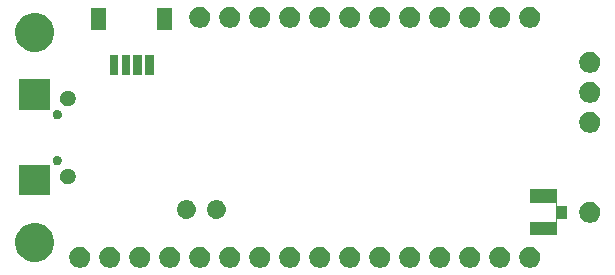
<source format=gbr>
G04 #@! TF.GenerationSoftware,KiCad,Pcbnew,5.0.2-bee76a0~70~ubuntu18.04.1*
G04 #@! TF.CreationDate,2019-01-06T16:40:52-06:00*
G04 #@! TF.ProjectId,Adafruit Feather M0 RFMxx,41646166-7275-4697-9420-466561746865,rev?*
G04 #@! TF.SameCoordinates,Original*
G04 #@! TF.FileFunction,Soldermask,Bot*
G04 #@! TF.FilePolarity,Negative*
%FSLAX46Y46*%
G04 Gerber Fmt 4.6, Leading zero omitted, Abs format (unit mm)*
G04 Created by KiCad (PCBNEW 5.0.2-bee76a0~70~ubuntu18.04.1) date Sun 06 Jan 2019 04:40:52 PM CST*
%MOMM*%
%LPD*%
G01*
G04 APERTURE LIST*
%ADD10C,0.100000*%
G04 APERTURE END LIST*
D10*
G36*
X137330412Y-114308764D02*
X137492198Y-114375778D01*
X137637807Y-114473071D01*
X137761629Y-114596893D01*
X137858922Y-114742502D01*
X137925936Y-114904288D01*
X137960100Y-115076041D01*
X137960100Y-115251159D01*
X137925936Y-115422912D01*
X137858922Y-115584698D01*
X137761629Y-115730307D01*
X137637807Y-115854129D01*
X137492198Y-115951422D01*
X137330412Y-116018436D01*
X137158659Y-116052600D01*
X136983541Y-116052600D01*
X136811788Y-116018436D01*
X136650002Y-115951422D01*
X136504393Y-115854129D01*
X136380571Y-115730307D01*
X136283278Y-115584698D01*
X136216264Y-115422912D01*
X136182100Y-115251159D01*
X136182100Y-115076041D01*
X136216264Y-114904288D01*
X136283278Y-114742502D01*
X136380571Y-114596893D01*
X136504393Y-114473071D01*
X136650002Y-114375778D01*
X136811788Y-114308764D01*
X136983541Y-114274600D01*
X137158659Y-114274600D01*
X137330412Y-114308764D01*
X137330412Y-114308764D01*
G37*
G36*
X144950412Y-114308764D02*
X145112198Y-114375778D01*
X145257807Y-114473071D01*
X145381629Y-114596893D01*
X145478922Y-114742502D01*
X145545936Y-114904288D01*
X145580100Y-115076041D01*
X145580100Y-115251159D01*
X145545936Y-115422912D01*
X145478922Y-115584698D01*
X145381629Y-115730307D01*
X145257807Y-115854129D01*
X145112198Y-115951422D01*
X144950412Y-116018436D01*
X144778659Y-116052600D01*
X144603541Y-116052600D01*
X144431788Y-116018436D01*
X144270002Y-115951422D01*
X144124393Y-115854129D01*
X144000571Y-115730307D01*
X143903278Y-115584698D01*
X143836264Y-115422912D01*
X143802100Y-115251159D01*
X143802100Y-115076041D01*
X143836264Y-114904288D01*
X143903278Y-114742502D01*
X144000571Y-114596893D01*
X144124393Y-114473071D01*
X144270002Y-114375778D01*
X144431788Y-114308764D01*
X144603541Y-114274600D01*
X144778659Y-114274600D01*
X144950412Y-114308764D01*
X144950412Y-114308764D01*
G37*
G36*
X129710412Y-114308764D02*
X129872198Y-114375778D01*
X130017807Y-114473071D01*
X130141629Y-114596893D01*
X130238922Y-114742502D01*
X130305936Y-114904288D01*
X130340100Y-115076041D01*
X130340100Y-115251159D01*
X130305936Y-115422912D01*
X130238922Y-115584698D01*
X130141629Y-115730307D01*
X130017807Y-115854129D01*
X129872198Y-115951422D01*
X129710412Y-116018436D01*
X129538659Y-116052600D01*
X129363541Y-116052600D01*
X129191788Y-116018436D01*
X129030002Y-115951422D01*
X128884393Y-115854129D01*
X128760571Y-115730307D01*
X128663278Y-115584698D01*
X128596264Y-115422912D01*
X128562100Y-115251159D01*
X128562100Y-115076041D01*
X128596264Y-114904288D01*
X128663278Y-114742502D01*
X128760571Y-114596893D01*
X128884393Y-114473071D01*
X129030002Y-114375778D01*
X129191788Y-114308764D01*
X129363541Y-114274600D01*
X129538659Y-114274600D01*
X129710412Y-114308764D01*
X129710412Y-114308764D01*
G37*
G36*
X132250412Y-114308764D02*
X132412198Y-114375778D01*
X132557807Y-114473071D01*
X132681629Y-114596893D01*
X132778922Y-114742502D01*
X132845936Y-114904288D01*
X132880100Y-115076041D01*
X132880100Y-115251159D01*
X132845936Y-115422912D01*
X132778922Y-115584698D01*
X132681629Y-115730307D01*
X132557807Y-115854129D01*
X132412198Y-115951422D01*
X132250412Y-116018436D01*
X132078659Y-116052600D01*
X131903541Y-116052600D01*
X131731788Y-116018436D01*
X131570002Y-115951422D01*
X131424393Y-115854129D01*
X131300571Y-115730307D01*
X131203278Y-115584698D01*
X131136264Y-115422912D01*
X131102100Y-115251159D01*
X131102100Y-115076041D01*
X131136264Y-114904288D01*
X131203278Y-114742502D01*
X131300571Y-114596893D01*
X131424393Y-114473071D01*
X131570002Y-114375778D01*
X131731788Y-114308764D01*
X131903541Y-114274600D01*
X132078659Y-114274600D01*
X132250412Y-114308764D01*
X132250412Y-114308764D01*
G37*
G36*
X134790412Y-114308764D02*
X134952198Y-114375778D01*
X135097807Y-114473071D01*
X135221629Y-114596893D01*
X135318922Y-114742502D01*
X135385936Y-114904288D01*
X135420100Y-115076041D01*
X135420100Y-115251159D01*
X135385936Y-115422912D01*
X135318922Y-115584698D01*
X135221629Y-115730307D01*
X135097807Y-115854129D01*
X134952198Y-115951422D01*
X134790412Y-116018436D01*
X134618659Y-116052600D01*
X134443541Y-116052600D01*
X134271788Y-116018436D01*
X134110002Y-115951422D01*
X133964393Y-115854129D01*
X133840571Y-115730307D01*
X133743278Y-115584698D01*
X133676264Y-115422912D01*
X133642100Y-115251159D01*
X133642100Y-115076041D01*
X133676264Y-114904288D01*
X133743278Y-114742502D01*
X133840571Y-114596893D01*
X133964393Y-114473071D01*
X134110002Y-114375778D01*
X134271788Y-114308764D01*
X134443541Y-114274600D01*
X134618659Y-114274600D01*
X134790412Y-114308764D01*
X134790412Y-114308764D01*
G37*
G36*
X139870412Y-114308764D02*
X140032198Y-114375778D01*
X140177807Y-114473071D01*
X140301629Y-114596893D01*
X140398922Y-114742502D01*
X140465936Y-114904288D01*
X140500100Y-115076041D01*
X140500100Y-115251159D01*
X140465936Y-115422912D01*
X140398922Y-115584698D01*
X140301629Y-115730307D01*
X140177807Y-115854129D01*
X140032198Y-115951422D01*
X139870412Y-116018436D01*
X139698659Y-116052600D01*
X139523541Y-116052600D01*
X139351788Y-116018436D01*
X139190002Y-115951422D01*
X139044393Y-115854129D01*
X138920571Y-115730307D01*
X138823278Y-115584698D01*
X138756264Y-115422912D01*
X138722100Y-115251159D01*
X138722100Y-115076041D01*
X138756264Y-114904288D01*
X138823278Y-114742502D01*
X138920571Y-114596893D01*
X139044393Y-114473071D01*
X139190002Y-114375778D01*
X139351788Y-114308764D01*
X139523541Y-114274600D01*
X139698659Y-114274600D01*
X139870412Y-114308764D01*
X139870412Y-114308764D01*
G37*
G36*
X142410412Y-114308764D02*
X142572198Y-114375778D01*
X142717807Y-114473071D01*
X142841629Y-114596893D01*
X142938922Y-114742502D01*
X143005936Y-114904288D01*
X143040100Y-115076041D01*
X143040100Y-115251159D01*
X143005936Y-115422912D01*
X142938922Y-115584698D01*
X142841629Y-115730307D01*
X142717807Y-115854129D01*
X142572198Y-115951422D01*
X142410412Y-116018436D01*
X142238659Y-116052600D01*
X142063541Y-116052600D01*
X141891788Y-116018436D01*
X141730002Y-115951422D01*
X141584393Y-115854129D01*
X141460571Y-115730307D01*
X141363278Y-115584698D01*
X141296264Y-115422912D01*
X141262100Y-115251159D01*
X141262100Y-115076041D01*
X141296264Y-114904288D01*
X141363278Y-114742502D01*
X141460571Y-114596893D01*
X141584393Y-114473071D01*
X141730002Y-114375778D01*
X141891788Y-114308764D01*
X142063541Y-114274600D01*
X142238659Y-114274600D01*
X142410412Y-114308764D01*
X142410412Y-114308764D01*
G37*
G36*
X167810412Y-114308764D02*
X167972198Y-114375778D01*
X168117807Y-114473071D01*
X168241629Y-114596893D01*
X168338922Y-114742502D01*
X168405936Y-114904288D01*
X168440100Y-115076041D01*
X168440100Y-115251159D01*
X168405936Y-115422912D01*
X168338922Y-115584698D01*
X168241629Y-115730307D01*
X168117807Y-115854129D01*
X167972198Y-115951422D01*
X167810412Y-116018436D01*
X167638659Y-116052600D01*
X167463541Y-116052600D01*
X167291788Y-116018436D01*
X167130002Y-115951422D01*
X166984393Y-115854129D01*
X166860571Y-115730307D01*
X166763278Y-115584698D01*
X166696264Y-115422912D01*
X166662100Y-115251159D01*
X166662100Y-115076041D01*
X166696264Y-114904288D01*
X166763278Y-114742502D01*
X166860571Y-114596893D01*
X166984393Y-114473071D01*
X167130002Y-114375778D01*
X167291788Y-114308764D01*
X167463541Y-114274600D01*
X167638659Y-114274600D01*
X167810412Y-114308764D01*
X167810412Y-114308764D01*
G37*
G36*
X150030412Y-114308764D02*
X150192198Y-114375778D01*
X150337807Y-114473071D01*
X150461629Y-114596893D01*
X150558922Y-114742502D01*
X150625936Y-114904288D01*
X150660100Y-115076041D01*
X150660100Y-115251159D01*
X150625936Y-115422912D01*
X150558922Y-115584698D01*
X150461629Y-115730307D01*
X150337807Y-115854129D01*
X150192198Y-115951422D01*
X150030412Y-116018436D01*
X149858659Y-116052600D01*
X149683541Y-116052600D01*
X149511788Y-116018436D01*
X149350002Y-115951422D01*
X149204393Y-115854129D01*
X149080571Y-115730307D01*
X148983278Y-115584698D01*
X148916264Y-115422912D01*
X148882100Y-115251159D01*
X148882100Y-115076041D01*
X148916264Y-114904288D01*
X148983278Y-114742502D01*
X149080571Y-114596893D01*
X149204393Y-114473071D01*
X149350002Y-114375778D01*
X149511788Y-114308764D01*
X149683541Y-114274600D01*
X149858659Y-114274600D01*
X150030412Y-114308764D01*
X150030412Y-114308764D01*
G37*
G36*
X165270412Y-114308764D02*
X165432198Y-114375778D01*
X165577807Y-114473071D01*
X165701629Y-114596893D01*
X165798922Y-114742502D01*
X165865936Y-114904288D01*
X165900100Y-115076041D01*
X165900100Y-115251159D01*
X165865936Y-115422912D01*
X165798922Y-115584698D01*
X165701629Y-115730307D01*
X165577807Y-115854129D01*
X165432198Y-115951422D01*
X165270412Y-116018436D01*
X165098659Y-116052600D01*
X164923541Y-116052600D01*
X164751788Y-116018436D01*
X164590002Y-115951422D01*
X164444393Y-115854129D01*
X164320571Y-115730307D01*
X164223278Y-115584698D01*
X164156264Y-115422912D01*
X164122100Y-115251159D01*
X164122100Y-115076041D01*
X164156264Y-114904288D01*
X164223278Y-114742502D01*
X164320571Y-114596893D01*
X164444393Y-114473071D01*
X164590002Y-114375778D01*
X164751788Y-114308764D01*
X164923541Y-114274600D01*
X165098659Y-114274600D01*
X165270412Y-114308764D01*
X165270412Y-114308764D01*
G37*
G36*
X162730412Y-114308764D02*
X162892198Y-114375778D01*
X163037807Y-114473071D01*
X163161629Y-114596893D01*
X163258922Y-114742502D01*
X163325936Y-114904288D01*
X163360100Y-115076041D01*
X163360100Y-115251159D01*
X163325936Y-115422912D01*
X163258922Y-115584698D01*
X163161629Y-115730307D01*
X163037807Y-115854129D01*
X162892198Y-115951422D01*
X162730412Y-116018436D01*
X162558659Y-116052600D01*
X162383541Y-116052600D01*
X162211788Y-116018436D01*
X162050002Y-115951422D01*
X161904393Y-115854129D01*
X161780571Y-115730307D01*
X161683278Y-115584698D01*
X161616264Y-115422912D01*
X161582100Y-115251159D01*
X161582100Y-115076041D01*
X161616264Y-114904288D01*
X161683278Y-114742502D01*
X161780571Y-114596893D01*
X161904393Y-114473071D01*
X162050002Y-114375778D01*
X162211788Y-114308764D01*
X162383541Y-114274600D01*
X162558659Y-114274600D01*
X162730412Y-114308764D01*
X162730412Y-114308764D01*
G37*
G36*
X160190412Y-114308764D02*
X160352198Y-114375778D01*
X160497807Y-114473071D01*
X160621629Y-114596893D01*
X160718922Y-114742502D01*
X160785936Y-114904288D01*
X160820100Y-115076041D01*
X160820100Y-115251159D01*
X160785936Y-115422912D01*
X160718922Y-115584698D01*
X160621629Y-115730307D01*
X160497807Y-115854129D01*
X160352198Y-115951422D01*
X160190412Y-116018436D01*
X160018659Y-116052600D01*
X159843541Y-116052600D01*
X159671788Y-116018436D01*
X159510002Y-115951422D01*
X159364393Y-115854129D01*
X159240571Y-115730307D01*
X159143278Y-115584698D01*
X159076264Y-115422912D01*
X159042100Y-115251159D01*
X159042100Y-115076041D01*
X159076264Y-114904288D01*
X159143278Y-114742502D01*
X159240571Y-114596893D01*
X159364393Y-114473071D01*
X159510002Y-114375778D01*
X159671788Y-114308764D01*
X159843541Y-114274600D01*
X160018659Y-114274600D01*
X160190412Y-114308764D01*
X160190412Y-114308764D01*
G37*
G36*
X157650412Y-114308764D02*
X157812198Y-114375778D01*
X157957807Y-114473071D01*
X158081629Y-114596893D01*
X158178922Y-114742502D01*
X158245936Y-114904288D01*
X158280100Y-115076041D01*
X158280100Y-115251159D01*
X158245936Y-115422912D01*
X158178922Y-115584698D01*
X158081629Y-115730307D01*
X157957807Y-115854129D01*
X157812198Y-115951422D01*
X157650412Y-116018436D01*
X157478659Y-116052600D01*
X157303541Y-116052600D01*
X157131788Y-116018436D01*
X156970002Y-115951422D01*
X156824393Y-115854129D01*
X156700571Y-115730307D01*
X156603278Y-115584698D01*
X156536264Y-115422912D01*
X156502100Y-115251159D01*
X156502100Y-115076041D01*
X156536264Y-114904288D01*
X156603278Y-114742502D01*
X156700571Y-114596893D01*
X156824393Y-114473071D01*
X156970002Y-114375778D01*
X157131788Y-114308764D01*
X157303541Y-114274600D01*
X157478659Y-114274600D01*
X157650412Y-114308764D01*
X157650412Y-114308764D01*
G37*
G36*
X155110412Y-114308764D02*
X155272198Y-114375778D01*
X155417807Y-114473071D01*
X155541629Y-114596893D01*
X155638922Y-114742502D01*
X155705936Y-114904288D01*
X155740100Y-115076041D01*
X155740100Y-115251159D01*
X155705936Y-115422912D01*
X155638922Y-115584698D01*
X155541629Y-115730307D01*
X155417807Y-115854129D01*
X155272198Y-115951422D01*
X155110412Y-116018436D01*
X154938659Y-116052600D01*
X154763541Y-116052600D01*
X154591788Y-116018436D01*
X154430002Y-115951422D01*
X154284393Y-115854129D01*
X154160571Y-115730307D01*
X154063278Y-115584698D01*
X153996264Y-115422912D01*
X153962100Y-115251159D01*
X153962100Y-115076041D01*
X153996264Y-114904288D01*
X154063278Y-114742502D01*
X154160571Y-114596893D01*
X154284393Y-114473071D01*
X154430002Y-114375778D01*
X154591788Y-114308764D01*
X154763541Y-114274600D01*
X154938659Y-114274600D01*
X155110412Y-114308764D01*
X155110412Y-114308764D01*
G37*
G36*
X152570412Y-114308764D02*
X152732198Y-114375778D01*
X152877807Y-114473071D01*
X153001629Y-114596893D01*
X153098922Y-114742502D01*
X153165936Y-114904288D01*
X153200100Y-115076041D01*
X153200100Y-115251159D01*
X153165936Y-115422912D01*
X153098922Y-115584698D01*
X153001629Y-115730307D01*
X152877807Y-115854129D01*
X152732198Y-115951422D01*
X152570412Y-116018436D01*
X152398659Y-116052600D01*
X152223541Y-116052600D01*
X152051788Y-116018436D01*
X151890002Y-115951422D01*
X151744393Y-115854129D01*
X151620571Y-115730307D01*
X151523278Y-115584698D01*
X151456264Y-115422912D01*
X151422100Y-115251159D01*
X151422100Y-115076041D01*
X151456264Y-114904288D01*
X151523278Y-114742502D01*
X151620571Y-114596893D01*
X151744393Y-114473071D01*
X151890002Y-114375778D01*
X152051788Y-114308764D01*
X152223541Y-114274600D01*
X152398659Y-114274600D01*
X152570412Y-114308764D01*
X152570412Y-114308764D01*
G37*
G36*
X147490412Y-114308764D02*
X147652198Y-114375778D01*
X147797807Y-114473071D01*
X147921629Y-114596893D01*
X148018922Y-114742502D01*
X148085936Y-114904288D01*
X148120100Y-115076041D01*
X148120100Y-115251159D01*
X148085936Y-115422912D01*
X148018922Y-115584698D01*
X147921629Y-115730307D01*
X147797807Y-115854129D01*
X147652198Y-115951422D01*
X147490412Y-116018436D01*
X147318659Y-116052600D01*
X147143541Y-116052600D01*
X146971788Y-116018436D01*
X146810002Y-115951422D01*
X146664393Y-115854129D01*
X146540571Y-115730307D01*
X146443278Y-115584698D01*
X146376264Y-115422912D01*
X146342100Y-115251159D01*
X146342100Y-115076041D01*
X146376264Y-114904288D01*
X146443278Y-114742502D01*
X146540571Y-114596893D01*
X146664393Y-114473071D01*
X146810002Y-114375778D01*
X146971788Y-114308764D01*
X147143541Y-114274600D01*
X147318659Y-114274600D01*
X147490412Y-114308764D01*
X147490412Y-114308764D01*
G37*
G36*
X125883423Y-112258660D02*
X126122621Y-112306239D01*
X126423047Y-112430680D01*
X126693424Y-112611340D01*
X126923360Y-112841276D01*
X127104020Y-113111653D01*
X127228461Y-113412079D01*
X127291900Y-113731010D01*
X127291900Y-114056190D01*
X127228461Y-114375121D01*
X127104020Y-114675547D01*
X126923360Y-114945924D01*
X126693424Y-115175860D01*
X126423047Y-115356520D01*
X126122621Y-115480961D01*
X125883423Y-115528540D01*
X125803691Y-115544400D01*
X125478509Y-115544400D01*
X125398777Y-115528540D01*
X125159579Y-115480961D01*
X124859153Y-115356520D01*
X124588776Y-115175860D01*
X124358840Y-114945924D01*
X124178180Y-114675547D01*
X124053739Y-114375121D01*
X123990300Y-114056190D01*
X123990300Y-113731010D01*
X124053739Y-113412079D01*
X124178180Y-113111653D01*
X124358840Y-112841276D01*
X124588776Y-112611340D01*
X124859153Y-112430680D01*
X125159579Y-112306239D01*
X125398777Y-112258660D01*
X125478509Y-112242800D01*
X125803691Y-112242800D01*
X125883423Y-112258660D01*
X125883423Y-112258660D01*
G37*
G36*
X169844900Y-110677800D02*
X169847302Y-110702186D01*
X169854415Y-110725635D01*
X169865966Y-110747246D01*
X169881512Y-110766188D01*
X169900454Y-110781734D01*
X169922065Y-110793285D01*
X169945514Y-110800398D01*
X169969900Y-110802800D01*
X170669900Y-110802800D01*
X170669900Y-111904400D01*
X169969900Y-111904400D01*
X169945514Y-111906802D01*
X169922065Y-111913915D01*
X169900454Y-111925466D01*
X169881512Y-111941012D01*
X169865966Y-111959954D01*
X169854415Y-111981565D01*
X169847302Y-112005014D01*
X169844900Y-112029400D01*
X169844900Y-113304400D01*
X167543300Y-113304400D01*
X167543300Y-112152800D01*
X169643300Y-112152800D01*
X169667686Y-112150398D01*
X169691135Y-112143285D01*
X169712746Y-112131734D01*
X169731688Y-112116188D01*
X169747234Y-112097246D01*
X169758785Y-112075635D01*
X169765898Y-112052186D01*
X169768300Y-112027800D01*
X169768300Y-110679400D01*
X169765898Y-110655014D01*
X169758785Y-110631565D01*
X169747234Y-110609954D01*
X169731688Y-110591012D01*
X169712746Y-110575466D01*
X169691135Y-110563915D01*
X169667686Y-110556802D01*
X169643300Y-110554400D01*
X167543300Y-110554400D01*
X167543300Y-109402800D01*
X169844900Y-109402800D01*
X169844900Y-110677800D01*
X169844900Y-110677800D01*
G37*
G36*
X172890412Y-110498764D02*
X173052198Y-110565778D01*
X173197807Y-110663071D01*
X173321629Y-110786893D01*
X173418922Y-110932502D01*
X173485936Y-111094288D01*
X173520100Y-111266041D01*
X173520100Y-111441159D01*
X173485936Y-111612912D01*
X173418922Y-111774698D01*
X173321629Y-111920307D01*
X173197807Y-112044129D01*
X173052198Y-112141422D01*
X172890412Y-112208436D01*
X172718659Y-112242600D01*
X172543541Y-112242600D01*
X172371788Y-112208436D01*
X172210002Y-112141422D01*
X172064393Y-112044129D01*
X171940571Y-111920307D01*
X171843278Y-111774698D01*
X171776264Y-111612912D01*
X171742100Y-111441159D01*
X171742100Y-111266041D01*
X171776264Y-111094288D01*
X171843278Y-110932502D01*
X171940571Y-110786893D01*
X172064393Y-110663071D01*
X172210002Y-110565778D01*
X172371788Y-110498764D01*
X172543541Y-110464600D01*
X172718659Y-110464600D01*
X172890412Y-110498764D01*
X172890412Y-110498764D01*
G37*
G36*
X141164329Y-110314186D02*
X141314554Y-110359756D01*
X141453002Y-110433758D01*
X141574352Y-110533348D01*
X141673942Y-110654698D01*
X141747944Y-110793146D01*
X141793514Y-110943371D01*
X141808901Y-111099599D01*
X141808901Y-111099601D01*
X141793514Y-111255829D01*
X141747944Y-111406054D01*
X141673942Y-111544502D01*
X141574352Y-111665852D01*
X141453002Y-111765442D01*
X141314554Y-111839444D01*
X141164329Y-111885014D01*
X141008101Y-111900401D01*
X141008099Y-111900401D01*
X140851871Y-111885014D01*
X140701646Y-111839444D01*
X140563198Y-111765442D01*
X140441848Y-111665852D01*
X140342258Y-111544502D01*
X140268256Y-111406054D01*
X140222686Y-111255829D01*
X140207299Y-111099601D01*
X140207299Y-111099599D01*
X140222686Y-110943371D01*
X140268256Y-110793146D01*
X140342258Y-110654698D01*
X140441848Y-110533348D01*
X140563198Y-110433758D01*
X140701646Y-110359756D01*
X140851871Y-110314186D01*
X141008099Y-110298799D01*
X141008101Y-110298799D01*
X141164329Y-110314186D01*
X141164329Y-110314186D01*
G37*
G36*
X138624329Y-110314186D02*
X138774554Y-110359756D01*
X138913002Y-110433758D01*
X139034352Y-110533348D01*
X139133942Y-110654698D01*
X139207944Y-110793146D01*
X139253514Y-110943371D01*
X139268901Y-111099599D01*
X139268901Y-111099601D01*
X139253514Y-111255829D01*
X139207944Y-111406054D01*
X139133942Y-111544502D01*
X139034352Y-111665852D01*
X138913002Y-111765442D01*
X138774554Y-111839444D01*
X138624329Y-111885014D01*
X138468101Y-111900401D01*
X138468099Y-111900401D01*
X138311871Y-111885014D01*
X138161646Y-111839444D01*
X138023198Y-111765442D01*
X137901848Y-111665852D01*
X137802258Y-111544502D01*
X137728256Y-111406054D01*
X137682686Y-111255829D01*
X137667299Y-111099601D01*
X137667299Y-111099599D01*
X137682686Y-110943371D01*
X137728256Y-110793146D01*
X137802258Y-110654698D01*
X137901848Y-110533348D01*
X138023198Y-110433758D01*
X138161646Y-110359756D01*
X138311871Y-110314186D01*
X138468099Y-110298799D01*
X138468101Y-110298799D01*
X138624329Y-110314186D01*
X138624329Y-110314186D01*
G37*
G36*
X126946900Y-109904400D02*
X124345300Y-109904400D01*
X124345300Y-107302800D01*
X126946900Y-107302800D01*
X126946900Y-109904400D01*
X126946900Y-109904400D01*
G37*
G36*
X128635929Y-107677809D02*
X128635932Y-107677810D01*
X128635931Y-107677810D01*
X128754369Y-107726868D01*
X128754370Y-107726869D01*
X128860964Y-107798093D01*
X128951607Y-107888736D01*
X128951609Y-107888739D01*
X129022832Y-107995331D01*
X129060776Y-108086938D01*
X129071891Y-108113771D01*
X129096900Y-108239500D01*
X129096900Y-108367700D01*
X129071891Y-108493429D01*
X129071890Y-108493431D01*
X129022832Y-108611869D01*
X129022831Y-108611870D01*
X128951607Y-108718464D01*
X128860964Y-108809107D01*
X128860961Y-108809109D01*
X128754369Y-108880332D01*
X128662762Y-108918276D01*
X128635929Y-108929391D01*
X128510200Y-108954400D01*
X128382000Y-108954400D01*
X128256271Y-108929391D01*
X128229438Y-108918276D01*
X128137831Y-108880332D01*
X128031239Y-108809109D01*
X128031236Y-108809107D01*
X127940593Y-108718464D01*
X127869369Y-108611870D01*
X127869368Y-108611869D01*
X127820310Y-108493431D01*
X127820309Y-108493429D01*
X127795300Y-108367700D01*
X127795300Y-108239500D01*
X127820309Y-108113771D01*
X127831424Y-108086938D01*
X127869368Y-107995331D01*
X127940591Y-107888739D01*
X127940593Y-107888736D01*
X128031236Y-107798093D01*
X128137830Y-107726869D01*
X128137831Y-107726868D01*
X128256269Y-107677810D01*
X128256268Y-107677810D01*
X128256271Y-107677809D01*
X128382000Y-107652800D01*
X128510200Y-107652800D01*
X128635929Y-107677809D01*
X128635929Y-107677809D01*
G37*
G36*
X127611419Y-106557737D02*
X127663067Y-106568010D01*
X127736045Y-106598239D01*
X127801725Y-106642125D01*
X127857575Y-106697975D01*
X127857577Y-106697978D01*
X127901461Y-106763655D01*
X127931690Y-106836633D01*
X127947100Y-106914105D01*
X127947100Y-106993095D01*
X127931690Y-107070567D01*
X127905903Y-107132822D01*
X127901461Y-107143545D01*
X127857575Y-107209225D01*
X127801725Y-107265075D01*
X127801722Y-107265077D01*
X127736045Y-107308961D01*
X127663067Y-107339190D01*
X127611419Y-107349463D01*
X127585596Y-107354600D01*
X127506604Y-107354600D01*
X127480781Y-107349463D01*
X127429133Y-107339190D01*
X127356155Y-107308961D01*
X127290478Y-107265077D01*
X127290475Y-107265075D01*
X127234625Y-107209225D01*
X127190737Y-107143542D01*
X127187384Y-107135447D01*
X127185981Y-107132822D01*
X127185115Y-107129969D01*
X127160510Y-107070567D01*
X127145100Y-106993095D01*
X127145100Y-106914105D01*
X127160510Y-106836633D01*
X127190739Y-106763655D01*
X127234623Y-106697978D01*
X127234625Y-106697975D01*
X127290475Y-106642125D01*
X127356155Y-106598239D01*
X127429133Y-106568010D01*
X127480781Y-106557737D01*
X127506604Y-106552600D01*
X127585596Y-106552600D01*
X127611419Y-106557737D01*
X127611419Y-106557737D01*
G37*
G36*
X172890412Y-102878764D02*
X173052198Y-102945778D01*
X173197807Y-103043071D01*
X173321629Y-103166893D01*
X173418922Y-103312502D01*
X173485936Y-103474288D01*
X173520100Y-103646041D01*
X173520100Y-103821159D01*
X173485936Y-103992912D01*
X173418922Y-104154698D01*
X173321629Y-104300307D01*
X173197807Y-104424129D01*
X173052198Y-104521422D01*
X172890412Y-104588436D01*
X172718659Y-104622600D01*
X172543541Y-104622600D01*
X172371788Y-104588436D01*
X172210002Y-104521422D01*
X172064393Y-104424129D01*
X171940571Y-104300307D01*
X171843278Y-104154698D01*
X171776264Y-103992912D01*
X171742100Y-103821159D01*
X171742100Y-103646041D01*
X171776264Y-103474288D01*
X171843278Y-103312502D01*
X171940571Y-103166893D01*
X172064393Y-103043071D01*
X172210002Y-102945778D01*
X172371788Y-102878764D01*
X172543541Y-102844600D01*
X172718659Y-102844600D01*
X172890412Y-102878764D01*
X172890412Y-102878764D01*
G37*
G36*
X127611419Y-102657737D02*
X127663067Y-102668010D01*
X127736045Y-102698239D01*
X127801725Y-102742125D01*
X127857575Y-102797975D01*
X127857577Y-102797978D01*
X127901461Y-102863655D01*
X127931690Y-102936633D01*
X127947100Y-103014105D01*
X127947100Y-103093095D01*
X127931690Y-103170567D01*
X127901461Y-103243545D01*
X127857575Y-103309225D01*
X127801725Y-103365075D01*
X127801722Y-103365077D01*
X127736045Y-103408961D01*
X127663067Y-103439190D01*
X127611419Y-103449463D01*
X127585596Y-103454600D01*
X127506604Y-103454600D01*
X127480781Y-103449463D01*
X127429133Y-103439190D01*
X127356155Y-103408961D01*
X127290478Y-103365077D01*
X127290475Y-103365075D01*
X127234625Y-103309225D01*
X127190739Y-103243545D01*
X127160510Y-103170567D01*
X127145100Y-103093095D01*
X127145100Y-103014105D01*
X127160510Y-102936633D01*
X127185115Y-102877231D01*
X127185981Y-102874378D01*
X127187384Y-102871753D01*
X127190737Y-102863658D01*
X127234625Y-102797975D01*
X127290475Y-102742125D01*
X127356155Y-102698239D01*
X127429133Y-102668010D01*
X127480781Y-102657737D01*
X127506604Y-102652600D01*
X127585596Y-102652600D01*
X127611419Y-102657737D01*
X127611419Y-102657737D01*
G37*
G36*
X126946900Y-102704400D02*
X124345300Y-102704400D01*
X124345300Y-100102800D01*
X126946900Y-100102800D01*
X126946900Y-102704400D01*
X126946900Y-102704400D01*
G37*
G36*
X128635929Y-101077809D02*
X128635932Y-101077810D01*
X128635931Y-101077810D01*
X128754369Y-101126868D01*
X128754370Y-101126869D01*
X128860964Y-101198093D01*
X128951607Y-101288736D01*
X128951609Y-101288739D01*
X129022832Y-101395331D01*
X129060776Y-101486938D01*
X129071891Y-101513771D01*
X129096900Y-101639500D01*
X129096900Y-101767700D01*
X129071891Y-101893429D01*
X129071890Y-101893431D01*
X129022832Y-102011869D01*
X128975571Y-102082600D01*
X128951607Y-102118464D01*
X128860964Y-102209107D01*
X128860961Y-102209109D01*
X128754369Y-102280332D01*
X128662762Y-102318276D01*
X128635929Y-102329391D01*
X128510200Y-102354400D01*
X128382000Y-102354400D01*
X128256271Y-102329391D01*
X128229438Y-102318276D01*
X128137831Y-102280332D01*
X128031239Y-102209109D01*
X128031236Y-102209107D01*
X127940593Y-102118464D01*
X127916629Y-102082600D01*
X127869368Y-102011869D01*
X127820310Y-101893431D01*
X127820309Y-101893429D01*
X127795300Y-101767700D01*
X127795300Y-101639500D01*
X127820309Y-101513771D01*
X127831424Y-101486938D01*
X127869368Y-101395331D01*
X127940591Y-101288739D01*
X127940593Y-101288736D01*
X128031236Y-101198093D01*
X128137830Y-101126869D01*
X128137831Y-101126868D01*
X128256269Y-101077810D01*
X128256268Y-101077810D01*
X128256271Y-101077809D01*
X128382000Y-101052800D01*
X128510200Y-101052800D01*
X128635929Y-101077809D01*
X128635929Y-101077809D01*
G37*
G36*
X172890412Y-100338764D02*
X173052198Y-100405778D01*
X173197807Y-100503071D01*
X173321629Y-100626893D01*
X173418922Y-100772502D01*
X173485936Y-100934288D01*
X173520100Y-101106041D01*
X173520100Y-101281159D01*
X173485936Y-101452912D01*
X173418922Y-101614698D01*
X173321629Y-101760307D01*
X173197807Y-101884129D01*
X173052198Y-101981422D01*
X172890412Y-102048436D01*
X172718659Y-102082600D01*
X172543541Y-102082600D01*
X172371788Y-102048436D01*
X172210002Y-101981422D01*
X172064393Y-101884129D01*
X171940571Y-101760307D01*
X171843278Y-101614698D01*
X171776264Y-101452912D01*
X171742100Y-101281159D01*
X171742100Y-101106041D01*
X171776264Y-100934288D01*
X171843278Y-100772502D01*
X171940571Y-100626893D01*
X172064393Y-100503071D01*
X172210002Y-100405778D01*
X172371788Y-100338764D01*
X172543541Y-100304600D01*
X172718659Y-100304600D01*
X172890412Y-100338764D01*
X172890412Y-100338764D01*
G37*
G36*
X134703000Y-99697000D02*
X134001000Y-99697000D01*
X134001000Y-98045000D01*
X134703000Y-98045000D01*
X134703000Y-99697000D01*
X134703000Y-99697000D01*
G37*
G36*
X135703000Y-99697000D02*
X135001000Y-99697000D01*
X135001000Y-98045000D01*
X135703000Y-98045000D01*
X135703000Y-99697000D01*
X135703000Y-99697000D01*
G37*
G36*
X133703000Y-99697000D02*
X133001000Y-99697000D01*
X133001000Y-98045000D01*
X133703000Y-98045000D01*
X133703000Y-99697000D01*
X133703000Y-99697000D01*
G37*
G36*
X132703000Y-99697000D02*
X132001000Y-99697000D01*
X132001000Y-98045000D01*
X132703000Y-98045000D01*
X132703000Y-99697000D01*
X132703000Y-99697000D01*
G37*
G36*
X172890412Y-97798764D02*
X173052198Y-97865778D01*
X173197807Y-97963071D01*
X173321629Y-98086893D01*
X173418922Y-98232502D01*
X173485936Y-98394288D01*
X173520100Y-98566041D01*
X173520100Y-98741159D01*
X173485936Y-98912912D01*
X173418922Y-99074698D01*
X173321629Y-99220307D01*
X173197807Y-99344129D01*
X173052198Y-99441422D01*
X172890412Y-99508436D01*
X172718659Y-99542600D01*
X172543541Y-99542600D01*
X172371788Y-99508436D01*
X172210002Y-99441422D01*
X172064393Y-99344129D01*
X171940571Y-99220307D01*
X171843278Y-99074698D01*
X171776264Y-98912912D01*
X171742100Y-98741159D01*
X171742100Y-98566041D01*
X171776264Y-98394288D01*
X171843278Y-98232502D01*
X171940571Y-98086893D01*
X172064393Y-97963071D01*
X172210002Y-97865778D01*
X172371788Y-97798764D01*
X172543541Y-97764600D01*
X172718659Y-97764600D01*
X172890412Y-97798764D01*
X172890412Y-97798764D01*
G37*
G36*
X125883423Y-94478660D02*
X126122621Y-94526239D01*
X126423047Y-94650680D01*
X126693424Y-94831340D01*
X126923360Y-95061276D01*
X127104020Y-95331653D01*
X127228461Y-95632079D01*
X127276040Y-95871277D01*
X127291103Y-95947000D01*
X127291900Y-95951010D01*
X127291900Y-96276190D01*
X127228461Y-96595121D01*
X127104020Y-96895547D01*
X126923360Y-97165924D01*
X126693424Y-97395860D01*
X126423047Y-97576520D01*
X126122621Y-97700961D01*
X125883423Y-97748540D01*
X125803691Y-97764400D01*
X125478509Y-97764400D01*
X125398777Y-97748540D01*
X125159579Y-97700961D01*
X124859153Y-97576520D01*
X124588776Y-97395860D01*
X124358840Y-97165924D01*
X124178180Y-96895547D01*
X124053739Y-96595121D01*
X123990300Y-96276190D01*
X123990300Y-95951010D01*
X123991098Y-95947000D01*
X124006160Y-95871277D01*
X124053739Y-95632079D01*
X124178180Y-95331653D01*
X124358840Y-95061276D01*
X124588776Y-94831340D01*
X124859153Y-94650680D01*
X125159579Y-94526239D01*
X125398777Y-94478660D01*
X125478509Y-94462800D01*
X125803691Y-94462800D01*
X125883423Y-94478660D01*
X125883423Y-94478660D01*
G37*
G36*
X137303000Y-95947000D02*
X136001000Y-95947000D01*
X136001000Y-94045000D01*
X137303000Y-94045000D01*
X137303000Y-95947000D01*
X137303000Y-95947000D01*
G37*
G36*
X131703000Y-95947000D02*
X130401000Y-95947000D01*
X130401000Y-94045000D01*
X131703000Y-94045000D01*
X131703000Y-95947000D01*
X131703000Y-95947000D01*
G37*
G36*
X139870412Y-93988764D02*
X140032198Y-94055778D01*
X140177807Y-94153071D01*
X140301629Y-94276893D01*
X140398922Y-94422502D01*
X140465936Y-94584288D01*
X140500100Y-94756041D01*
X140500100Y-94931159D01*
X140465936Y-95102912D01*
X140398922Y-95264698D01*
X140301629Y-95410307D01*
X140177807Y-95534129D01*
X140032198Y-95631422D01*
X139870412Y-95698436D01*
X139698659Y-95732600D01*
X139523541Y-95732600D01*
X139351788Y-95698436D01*
X139190002Y-95631422D01*
X139044393Y-95534129D01*
X138920571Y-95410307D01*
X138823278Y-95264698D01*
X138756264Y-95102912D01*
X138722100Y-94931159D01*
X138722100Y-94756041D01*
X138756264Y-94584288D01*
X138823278Y-94422502D01*
X138920571Y-94276893D01*
X139044393Y-94153071D01*
X139190002Y-94055778D01*
X139351788Y-93988764D01*
X139523541Y-93954600D01*
X139698659Y-93954600D01*
X139870412Y-93988764D01*
X139870412Y-93988764D01*
G37*
G36*
X144950412Y-93988764D02*
X145112198Y-94055778D01*
X145257807Y-94153071D01*
X145381629Y-94276893D01*
X145478922Y-94422502D01*
X145545936Y-94584288D01*
X145580100Y-94756041D01*
X145580100Y-94931159D01*
X145545936Y-95102912D01*
X145478922Y-95264698D01*
X145381629Y-95410307D01*
X145257807Y-95534129D01*
X145112198Y-95631422D01*
X144950412Y-95698436D01*
X144778659Y-95732600D01*
X144603541Y-95732600D01*
X144431788Y-95698436D01*
X144270002Y-95631422D01*
X144124393Y-95534129D01*
X144000571Y-95410307D01*
X143903278Y-95264698D01*
X143836264Y-95102912D01*
X143802100Y-94931159D01*
X143802100Y-94756041D01*
X143836264Y-94584288D01*
X143903278Y-94422502D01*
X144000571Y-94276893D01*
X144124393Y-94153071D01*
X144270002Y-94055778D01*
X144431788Y-93988764D01*
X144603541Y-93954600D01*
X144778659Y-93954600D01*
X144950412Y-93988764D01*
X144950412Y-93988764D01*
G37*
G36*
X147490412Y-93988764D02*
X147652198Y-94055778D01*
X147797807Y-94153071D01*
X147921629Y-94276893D01*
X148018922Y-94422502D01*
X148085936Y-94584288D01*
X148120100Y-94756041D01*
X148120100Y-94931159D01*
X148085936Y-95102912D01*
X148018922Y-95264698D01*
X147921629Y-95410307D01*
X147797807Y-95534129D01*
X147652198Y-95631422D01*
X147490412Y-95698436D01*
X147318659Y-95732600D01*
X147143541Y-95732600D01*
X146971788Y-95698436D01*
X146810002Y-95631422D01*
X146664393Y-95534129D01*
X146540571Y-95410307D01*
X146443278Y-95264698D01*
X146376264Y-95102912D01*
X146342100Y-94931159D01*
X146342100Y-94756041D01*
X146376264Y-94584288D01*
X146443278Y-94422502D01*
X146540571Y-94276893D01*
X146664393Y-94153071D01*
X146810002Y-94055778D01*
X146971788Y-93988764D01*
X147143541Y-93954600D01*
X147318659Y-93954600D01*
X147490412Y-93988764D01*
X147490412Y-93988764D01*
G37*
G36*
X150030412Y-93988764D02*
X150192198Y-94055778D01*
X150337807Y-94153071D01*
X150461629Y-94276893D01*
X150558922Y-94422502D01*
X150625936Y-94584288D01*
X150660100Y-94756041D01*
X150660100Y-94931159D01*
X150625936Y-95102912D01*
X150558922Y-95264698D01*
X150461629Y-95410307D01*
X150337807Y-95534129D01*
X150192198Y-95631422D01*
X150030412Y-95698436D01*
X149858659Y-95732600D01*
X149683541Y-95732600D01*
X149511788Y-95698436D01*
X149350002Y-95631422D01*
X149204393Y-95534129D01*
X149080571Y-95410307D01*
X148983278Y-95264698D01*
X148916264Y-95102912D01*
X148882100Y-94931159D01*
X148882100Y-94756041D01*
X148916264Y-94584288D01*
X148983278Y-94422502D01*
X149080571Y-94276893D01*
X149204393Y-94153071D01*
X149350002Y-94055778D01*
X149511788Y-93988764D01*
X149683541Y-93954600D01*
X149858659Y-93954600D01*
X150030412Y-93988764D01*
X150030412Y-93988764D01*
G37*
G36*
X152570412Y-93988764D02*
X152732198Y-94055778D01*
X152877807Y-94153071D01*
X153001629Y-94276893D01*
X153098922Y-94422502D01*
X153165936Y-94584288D01*
X153200100Y-94756041D01*
X153200100Y-94931159D01*
X153165936Y-95102912D01*
X153098922Y-95264698D01*
X153001629Y-95410307D01*
X152877807Y-95534129D01*
X152732198Y-95631422D01*
X152570412Y-95698436D01*
X152398659Y-95732600D01*
X152223541Y-95732600D01*
X152051788Y-95698436D01*
X151890002Y-95631422D01*
X151744393Y-95534129D01*
X151620571Y-95410307D01*
X151523278Y-95264698D01*
X151456264Y-95102912D01*
X151422100Y-94931159D01*
X151422100Y-94756041D01*
X151456264Y-94584288D01*
X151523278Y-94422502D01*
X151620571Y-94276893D01*
X151744393Y-94153071D01*
X151890002Y-94055778D01*
X152051788Y-93988764D01*
X152223541Y-93954600D01*
X152398659Y-93954600D01*
X152570412Y-93988764D01*
X152570412Y-93988764D01*
G37*
G36*
X155110412Y-93988764D02*
X155272198Y-94055778D01*
X155417807Y-94153071D01*
X155541629Y-94276893D01*
X155638922Y-94422502D01*
X155705936Y-94584288D01*
X155740100Y-94756041D01*
X155740100Y-94931159D01*
X155705936Y-95102912D01*
X155638922Y-95264698D01*
X155541629Y-95410307D01*
X155417807Y-95534129D01*
X155272198Y-95631422D01*
X155110412Y-95698436D01*
X154938659Y-95732600D01*
X154763541Y-95732600D01*
X154591788Y-95698436D01*
X154430002Y-95631422D01*
X154284393Y-95534129D01*
X154160571Y-95410307D01*
X154063278Y-95264698D01*
X153996264Y-95102912D01*
X153962100Y-94931159D01*
X153962100Y-94756041D01*
X153996264Y-94584288D01*
X154063278Y-94422502D01*
X154160571Y-94276893D01*
X154284393Y-94153071D01*
X154430002Y-94055778D01*
X154591788Y-93988764D01*
X154763541Y-93954600D01*
X154938659Y-93954600D01*
X155110412Y-93988764D01*
X155110412Y-93988764D01*
G37*
G36*
X157650412Y-93988764D02*
X157812198Y-94055778D01*
X157957807Y-94153071D01*
X158081629Y-94276893D01*
X158178922Y-94422502D01*
X158245936Y-94584288D01*
X158280100Y-94756041D01*
X158280100Y-94931159D01*
X158245936Y-95102912D01*
X158178922Y-95264698D01*
X158081629Y-95410307D01*
X157957807Y-95534129D01*
X157812198Y-95631422D01*
X157650412Y-95698436D01*
X157478659Y-95732600D01*
X157303541Y-95732600D01*
X157131788Y-95698436D01*
X156970002Y-95631422D01*
X156824393Y-95534129D01*
X156700571Y-95410307D01*
X156603278Y-95264698D01*
X156536264Y-95102912D01*
X156502100Y-94931159D01*
X156502100Y-94756041D01*
X156536264Y-94584288D01*
X156603278Y-94422502D01*
X156700571Y-94276893D01*
X156824393Y-94153071D01*
X156970002Y-94055778D01*
X157131788Y-93988764D01*
X157303541Y-93954600D01*
X157478659Y-93954600D01*
X157650412Y-93988764D01*
X157650412Y-93988764D01*
G37*
G36*
X160190412Y-93988764D02*
X160352198Y-94055778D01*
X160497807Y-94153071D01*
X160621629Y-94276893D01*
X160718922Y-94422502D01*
X160785936Y-94584288D01*
X160820100Y-94756041D01*
X160820100Y-94931159D01*
X160785936Y-95102912D01*
X160718922Y-95264698D01*
X160621629Y-95410307D01*
X160497807Y-95534129D01*
X160352198Y-95631422D01*
X160190412Y-95698436D01*
X160018659Y-95732600D01*
X159843541Y-95732600D01*
X159671788Y-95698436D01*
X159510002Y-95631422D01*
X159364393Y-95534129D01*
X159240571Y-95410307D01*
X159143278Y-95264698D01*
X159076264Y-95102912D01*
X159042100Y-94931159D01*
X159042100Y-94756041D01*
X159076264Y-94584288D01*
X159143278Y-94422502D01*
X159240571Y-94276893D01*
X159364393Y-94153071D01*
X159510002Y-94055778D01*
X159671788Y-93988764D01*
X159843541Y-93954600D01*
X160018659Y-93954600D01*
X160190412Y-93988764D01*
X160190412Y-93988764D01*
G37*
G36*
X162730412Y-93988764D02*
X162892198Y-94055778D01*
X163037807Y-94153071D01*
X163161629Y-94276893D01*
X163258922Y-94422502D01*
X163325936Y-94584288D01*
X163360100Y-94756041D01*
X163360100Y-94931159D01*
X163325936Y-95102912D01*
X163258922Y-95264698D01*
X163161629Y-95410307D01*
X163037807Y-95534129D01*
X162892198Y-95631422D01*
X162730412Y-95698436D01*
X162558659Y-95732600D01*
X162383541Y-95732600D01*
X162211788Y-95698436D01*
X162050002Y-95631422D01*
X161904393Y-95534129D01*
X161780571Y-95410307D01*
X161683278Y-95264698D01*
X161616264Y-95102912D01*
X161582100Y-94931159D01*
X161582100Y-94756041D01*
X161616264Y-94584288D01*
X161683278Y-94422502D01*
X161780571Y-94276893D01*
X161904393Y-94153071D01*
X162050002Y-94055778D01*
X162211788Y-93988764D01*
X162383541Y-93954600D01*
X162558659Y-93954600D01*
X162730412Y-93988764D01*
X162730412Y-93988764D01*
G37*
G36*
X165270412Y-93988764D02*
X165432198Y-94055778D01*
X165577807Y-94153071D01*
X165701629Y-94276893D01*
X165798922Y-94422502D01*
X165865936Y-94584288D01*
X165900100Y-94756041D01*
X165900100Y-94931159D01*
X165865936Y-95102912D01*
X165798922Y-95264698D01*
X165701629Y-95410307D01*
X165577807Y-95534129D01*
X165432198Y-95631422D01*
X165270412Y-95698436D01*
X165098659Y-95732600D01*
X164923541Y-95732600D01*
X164751788Y-95698436D01*
X164590002Y-95631422D01*
X164444393Y-95534129D01*
X164320571Y-95410307D01*
X164223278Y-95264698D01*
X164156264Y-95102912D01*
X164122100Y-94931159D01*
X164122100Y-94756041D01*
X164156264Y-94584288D01*
X164223278Y-94422502D01*
X164320571Y-94276893D01*
X164444393Y-94153071D01*
X164590002Y-94055778D01*
X164751788Y-93988764D01*
X164923541Y-93954600D01*
X165098659Y-93954600D01*
X165270412Y-93988764D01*
X165270412Y-93988764D01*
G37*
G36*
X167810412Y-93988764D02*
X167972198Y-94055778D01*
X168117807Y-94153071D01*
X168241629Y-94276893D01*
X168338922Y-94422502D01*
X168405936Y-94584288D01*
X168440100Y-94756041D01*
X168440100Y-94931159D01*
X168405936Y-95102912D01*
X168338922Y-95264698D01*
X168241629Y-95410307D01*
X168117807Y-95534129D01*
X167972198Y-95631422D01*
X167810412Y-95698436D01*
X167638659Y-95732600D01*
X167463541Y-95732600D01*
X167291788Y-95698436D01*
X167130002Y-95631422D01*
X166984393Y-95534129D01*
X166860571Y-95410307D01*
X166763278Y-95264698D01*
X166696264Y-95102912D01*
X166662100Y-94931159D01*
X166662100Y-94756041D01*
X166696264Y-94584288D01*
X166763278Y-94422502D01*
X166860571Y-94276893D01*
X166984393Y-94153071D01*
X167130002Y-94055778D01*
X167291788Y-93988764D01*
X167463541Y-93954600D01*
X167638659Y-93954600D01*
X167810412Y-93988764D01*
X167810412Y-93988764D01*
G37*
G36*
X142410412Y-93988764D02*
X142572198Y-94055778D01*
X142717807Y-94153071D01*
X142841629Y-94276893D01*
X142938922Y-94422502D01*
X143005936Y-94584288D01*
X143040100Y-94756041D01*
X143040100Y-94931159D01*
X143005936Y-95102912D01*
X142938922Y-95264698D01*
X142841629Y-95410307D01*
X142717807Y-95534129D01*
X142572198Y-95631422D01*
X142410412Y-95698436D01*
X142238659Y-95732600D01*
X142063541Y-95732600D01*
X141891788Y-95698436D01*
X141730002Y-95631422D01*
X141584393Y-95534129D01*
X141460571Y-95410307D01*
X141363278Y-95264698D01*
X141296264Y-95102912D01*
X141262100Y-94931159D01*
X141262100Y-94756041D01*
X141296264Y-94584288D01*
X141363278Y-94422502D01*
X141460571Y-94276893D01*
X141584393Y-94153071D01*
X141730002Y-94055778D01*
X141891788Y-93988764D01*
X142063541Y-93954600D01*
X142238659Y-93954600D01*
X142410412Y-93988764D01*
X142410412Y-93988764D01*
G37*
M02*

</source>
